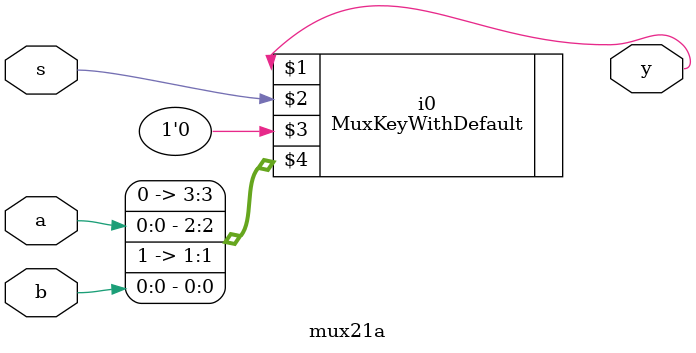
<source format=v>
module mux21a(a,b,s,y);
    input   a,b,s;
    output  y;
    MuxKeyWithDefault #(2, 1, 1) i0 (y, s, 1'b0, {
                                         1'b0, a,
                                         1'b1, b
                                     });
endmodule

</source>
